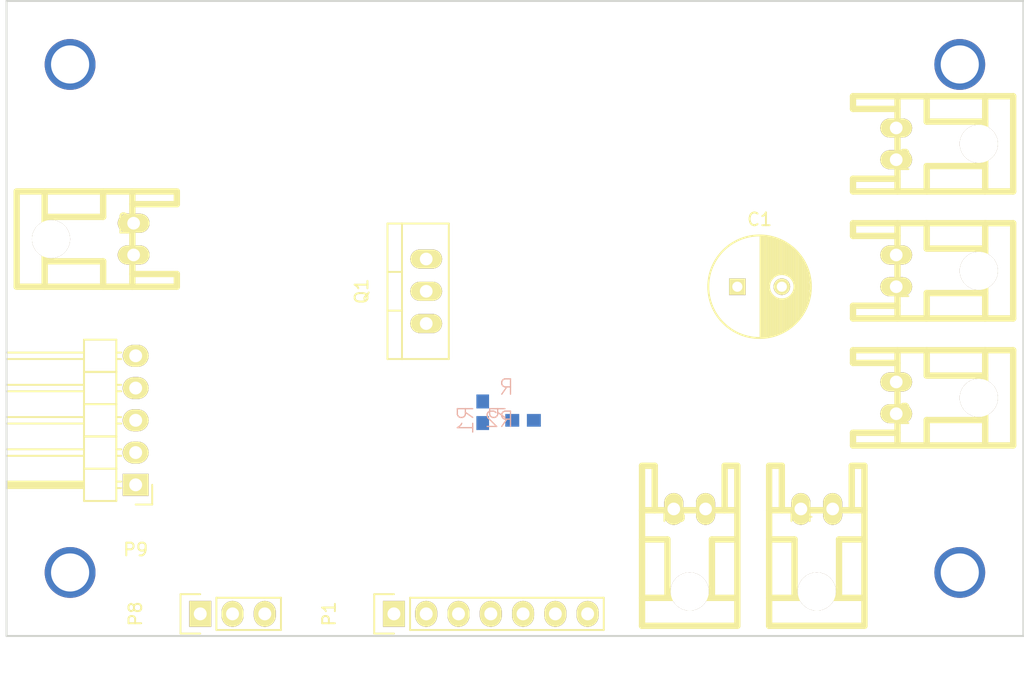
<source format=kicad_pcb>
(kicad_pcb (version 4) (host pcbnew 4.0.2-stable)

  (general
    (links 23)
    (no_connects 23)
    (area -0.075001 -0.075001 80.075001 50.075001)
    (thickness 1.6)
    (drawings 4)
    (tracks 4)
    (zones 0)
    (modules 13)
    (nets 14)
  )

  (page A4)
  (layers
    (0 F.Cu signal)
    (31 B.Cu signal)
    (32 B.Adhes user)
    (33 F.Adhes user)
    (34 B.Paste user)
    (35 F.Paste user)
    (36 B.SilkS user)
    (37 F.SilkS user)
    (38 B.Mask user)
    (39 F.Mask user)
    (40 Dwgs.User user)
    (41 Cmts.User user)
    (42 Eco1.User user)
    (43 Eco2.User user)
    (44 Edge.Cuts user)
    (45 Margin user)
    (46 B.CrtYd user)
    (47 F.CrtYd user)
    (48 B.Fab user)
    (49 F.Fab user)
  )

  (setup
    (last_trace_width 0.25)
    (user_trace_width 0.5)
    (user_trace_width 1)
    (user_trace_width 2)
    (trace_clearance 0.2)
    (zone_clearance 0.4)
    (zone_45_only no)
    (trace_min 0.2)
    (segment_width 0.2)
    (edge_width 0.15)
    (via_size 0.6)
    (via_drill 0.4)
    (via_min_size 0.4)
    (via_min_drill 0.3)
    (user_via 1.2 0.8)
    (user_via 4 3)
    (uvia_size 0.3)
    (uvia_drill 0.1)
    (uvias_allowed no)
    (uvia_min_size 0.2)
    (uvia_min_drill 0.1)
    (pcb_text_width 0.3)
    (pcb_text_size 1.5 1.5)
    (mod_edge_width 0.15)
    (mod_text_size 1 1)
    (mod_text_width 0.15)
    (pad_size 3 3)
    (pad_drill 3)
    (pad_to_mask_clearance 0.2)
    (aux_axis_origin 0 0)
    (visible_elements 7FFFFFFF)
    (pcbplotparams
      (layerselection 0x01000_80000000)
      (usegerberextensions false)
      (excludeedgelayer true)
      (linewidth 0.100000)
      (plotframeref false)
      (viasonmask false)
      (mode 1)
      (useauxorigin false)
      (hpglpennumber 1)
      (hpglpenspeed 20)
      (hpglpendiameter 15)
      (hpglpenoverlay 2)
      (psnegative false)
      (psa4output false)
      (plotreference true)
      (plotvalue true)
      (plotinvisibletext false)
      (padsonsilk false)
      (subtractmaskfromsilk false)
      (outputformat 1)
      (mirror false)
      (drillshape 0)
      (scaleselection 1)
      (outputdirectory ""))
  )

  (net 0 "")
  (net 1 GND)
  (net 2 /Reset/Abort)
  (net 3 /Feed_Hold)
  (net 4 /Cycle_Stat)
  (net 5 /Coolant_EN)
  (net 6 /Probe)
  (net 7 "Net-(P6-Pad1)")
  (net 8 +12V)
  (net 9 "Net-(Q1-PadG)")
  (net 10 +5V)
  (net 11 /LimitX)
  (net 12 /LimitY)
  (net 13 /LimitZ)

  (net_class Default "これは標準のネット クラスです。"
    (clearance 0.2)
    (trace_width 0.25)
    (via_dia 0.6)
    (via_drill 0.4)
    (uvia_dia 0.3)
    (uvia_drill 0.1)
    (add_net +12V)
    (add_net +5V)
    (add_net /Coolant_EN)
    (add_net /Cycle_Stat)
    (add_net /Feed_Hold)
    (add_net /LimitX)
    (add_net /LimitY)
    (add_net /LimitZ)
    (add_net /Probe)
    (add_net /Reset/Abort)
    (add_net GND)
    (add_net "Net-(P6-Pad1)")
    (add_net "Net-(Q1-PadG)")
  )

  (module Capacitors_ThroughHole:C_Radial_D8_L11.5_P3.5 (layer F.Cu) (tedit 0) (tstamp 57A63D19)
    (at 57.5 22.5)
    (descr "Radial Electrolytic Capacitor Diameter 8mm x Length 11.5mm, Pitch 3.5mm")
    (tags "Electrolytic Capacitor")
    (path /5799742F)
    (fp_text reference C1 (at 1.75 -5.3) (layer F.SilkS)
      (effects (font (size 1 1) (thickness 0.15)))
    )
    (fp_text value C (at 1.75 5.3) (layer F.Fab)
      (effects (font (size 1 1) (thickness 0.15)))
    )
    (fp_line (start 1.825 -3.999) (end 1.825 3.999) (layer F.SilkS) (width 0.15))
    (fp_line (start 1.965 -3.994) (end 1.965 3.994) (layer F.SilkS) (width 0.15))
    (fp_line (start 2.105 -3.984) (end 2.105 3.984) (layer F.SilkS) (width 0.15))
    (fp_line (start 2.245 -3.969) (end 2.245 3.969) (layer F.SilkS) (width 0.15))
    (fp_line (start 2.385 -3.949) (end 2.385 3.949) (layer F.SilkS) (width 0.15))
    (fp_line (start 2.525 -3.924) (end 2.525 -0.222) (layer F.SilkS) (width 0.15))
    (fp_line (start 2.525 0.222) (end 2.525 3.924) (layer F.SilkS) (width 0.15))
    (fp_line (start 2.665 -3.894) (end 2.665 -0.55) (layer F.SilkS) (width 0.15))
    (fp_line (start 2.665 0.55) (end 2.665 3.894) (layer F.SilkS) (width 0.15))
    (fp_line (start 2.805 -3.858) (end 2.805 -0.719) (layer F.SilkS) (width 0.15))
    (fp_line (start 2.805 0.719) (end 2.805 3.858) (layer F.SilkS) (width 0.15))
    (fp_line (start 2.945 -3.817) (end 2.945 -0.832) (layer F.SilkS) (width 0.15))
    (fp_line (start 2.945 0.832) (end 2.945 3.817) (layer F.SilkS) (width 0.15))
    (fp_line (start 3.085 -3.771) (end 3.085 -0.91) (layer F.SilkS) (width 0.15))
    (fp_line (start 3.085 0.91) (end 3.085 3.771) (layer F.SilkS) (width 0.15))
    (fp_line (start 3.225 -3.718) (end 3.225 -0.961) (layer F.SilkS) (width 0.15))
    (fp_line (start 3.225 0.961) (end 3.225 3.718) (layer F.SilkS) (width 0.15))
    (fp_line (start 3.365 -3.659) (end 3.365 -0.991) (layer F.SilkS) (width 0.15))
    (fp_line (start 3.365 0.991) (end 3.365 3.659) (layer F.SilkS) (width 0.15))
    (fp_line (start 3.505 -3.594) (end 3.505 -1) (layer F.SilkS) (width 0.15))
    (fp_line (start 3.505 1) (end 3.505 3.594) (layer F.SilkS) (width 0.15))
    (fp_line (start 3.645 -3.523) (end 3.645 -0.989) (layer F.SilkS) (width 0.15))
    (fp_line (start 3.645 0.989) (end 3.645 3.523) (layer F.SilkS) (width 0.15))
    (fp_line (start 3.785 -3.444) (end 3.785 -0.959) (layer F.SilkS) (width 0.15))
    (fp_line (start 3.785 0.959) (end 3.785 3.444) (layer F.SilkS) (width 0.15))
    (fp_line (start 3.925 -3.357) (end 3.925 -0.905) (layer F.SilkS) (width 0.15))
    (fp_line (start 3.925 0.905) (end 3.925 3.357) (layer F.SilkS) (width 0.15))
    (fp_line (start 4.065 -3.262) (end 4.065 -0.825) (layer F.SilkS) (width 0.15))
    (fp_line (start 4.065 0.825) (end 4.065 3.262) (layer F.SilkS) (width 0.15))
    (fp_line (start 4.205 -3.158) (end 4.205 -0.709) (layer F.SilkS) (width 0.15))
    (fp_line (start 4.205 0.709) (end 4.205 3.158) (layer F.SilkS) (width 0.15))
    (fp_line (start 4.345 -3.044) (end 4.345 -0.535) (layer F.SilkS) (width 0.15))
    (fp_line (start 4.345 0.535) (end 4.345 3.044) (layer F.SilkS) (width 0.15))
    (fp_line (start 4.485 -2.919) (end 4.485 -0.173) (layer F.SilkS) (width 0.15))
    (fp_line (start 4.485 0.173) (end 4.485 2.919) (layer F.SilkS) (width 0.15))
    (fp_line (start 4.625 -2.781) (end 4.625 2.781) (layer F.SilkS) (width 0.15))
    (fp_line (start 4.765 -2.629) (end 4.765 2.629) (layer F.SilkS) (width 0.15))
    (fp_line (start 4.905 -2.459) (end 4.905 2.459) (layer F.SilkS) (width 0.15))
    (fp_line (start 5.045 -2.268) (end 5.045 2.268) (layer F.SilkS) (width 0.15))
    (fp_line (start 5.185 -2.05) (end 5.185 2.05) (layer F.SilkS) (width 0.15))
    (fp_line (start 5.325 -1.794) (end 5.325 1.794) (layer F.SilkS) (width 0.15))
    (fp_line (start 5.465 -1.483) (end 5.465 1.483) (layer F.SilkS) (width 0.15))
    (fp_line (start 5.605 -1.067) (end 5.605 1.067) (layer F.SilkS) (width 0.15))
    (fp_line (start 5.745 -0.2) (end 5.745 0.2) (layer F.SilkS) (width 0.15))
    (fp_circle (center 3.5 0) (end 3.5 -1) (layer F.SilkS) (width 0.15))
    (fp_circle (center 1.75 0) (end 1.75 -4.0375) (layer F.SilkS) (width 0.15))
    (fp_circle (center 1.75 0) (end 1.75 -4.3) (layer F.CrtYd) (width 0.05))
    (pad 2 thru_hole circle (at 3.5 0) (size 1.3 1.3) (drill 0.8) (layers *.Cu *.Mask F.SilkS)
      (net 1 GND))
    (pad 1 thru_hole rect (at 0 0) (size 1.3 1.3) (drill 0.8) (layers *.Cu *.Mask F.SilkS)
      (net 8 +12V))
    (model Capacitors_ThroughHole.3dshapes/C_Radial_D8_L11.5_P3.5.wrl
      (at (xyz 0 0 0))
      (scale (xyz 1 1 1))
      (rotate (xyz 0 0 0))
    )
  )

  (module Pin_Headers:Pin_Header_Straight_1x07 (layer F.Cu) (tedit 0) (tstamp 57A63D24)
    (at 30.48 48.26 90)
    (descr "Through hole pin header")
    (tags "pin header")
    (path /57995E34)
    (fp_text reference P1 (at 0 -5.1 90) (layer F.SilkS)
      (effects (font (size 1 1) (thickness 0.15)))
    )
    (fp_text value CONN_01X07 (at 0 -3.1 90) (layer F.Fab)
      (effects (font (size 1 1) (thickness 0.15)))
    )
    (fp_line (start -1.75 -1.75) (end -1.75 17) (layer F.CrtYd) (width 0.05))
    (fp_line (start 1.75 -1.75) (end 1.75 17) (layer F.CrtYd) (width 0.05))
    (fp_line (start -1.75 -1.75) (end 1.75 -1.75) (layer F.CrtYd) (width 0.05))
    (fp_line (start -1.75 17) (end 1.75 17) (layer F.CrtYd) (width 0.05))
    (fp_line (start 1.27 1.27) (end 1.27 16.51) (layer F.SilkS) (width 0.15))
    (fp_line (start 1.27 16.51) (end -1.27 16.51) (layer F.SilkS) (width 0.15))
    (fp_line (start -1.27 16.51) (end -1.27 1.27) (layer F.SilkS) (width 0.15))
    (fp_line (start 1.55 -1.55) (end 1.55 0) (layer F.SilkS) (width 0.15))
    (fp_line (start 1.27 1.27) (end -1.27 1.27) (layer F.SilkS) (width 0.15))
    (fp_line (start -1.55 0) (end -1.55 -1.55) (layer F.SilkS) (width 0.15))
    (fp_line (start -1.55 -1.55) (end 1.55 -1.55) (layer F.SilkS) (width 0.15))
    (pad 1 thru_hole rect (at 0 0 90) (size 2.032 1.7272) (drill 1.016) (layers *.Cu *.Mask F.SilkS)
      (net 10 +5V))
    (pad 2 thru_hole oval (at 0 2.54 90) (size 2.032 1.7272) (drill 1.016) (layers *.Cu *.Mask F.SilkS)
      (net 1 GND))
    (pad 3 thru_hole oval (at 0 5.08 90) (size 2.032 1.7272) (drill 1.016) (layers *.Cu *.Mask F.SilkS)
      (net 2 /Reset/Abort))
    (pad 4 thru_hole oval (at 0 7.62 90) (size 2.032 1.7272) (drill 1.016) (layers *.Cu *.Mask F.SilkS)
      (net 3 /Feed_Hold))
    (pad 5 thru_hole oval (at 0 10.16 90) (size 2.032 1.7272) (drill 1.016) (layers *.Cu *.Mask F.SilkS)
      (net 4 /Cycle_Stat))
    (pad 6 thru_hole oval (at 0 12.7 90) (size 2.032 1.7272) (drill 1.016) (layers *.Cu *.Mask F.SilkS)
      (net 5 /Coolant_EN))
    (pad 7 thru_hole oval (at 0 15.24 90) (size 2.032 1.7272) (drill 1.016) (layers *.Cu *.Mask F.SilkS)
      (net 6 /Probe))
    (model Pin_Headers.3dshapes/Pin_Header_Straight_1x07.wrl
      (at (xyz 0 -0.3 0))
      (scale (xyz 1 1 1))
      (rotate (xyz 0 0 90))
    )
  )

  (module RP_KiCAD_Connector:XA_2LC (layer F.Cu) (tedit 5763B232) (tstamp 57A63D2B)
    (at 10 17.5 270)
    (path /57995F88)
    (fp_text reference P2 (at 0 0.5 270) (layer F.SilkS)
      (effects (font (size 1 1) (thickness 0.15)))
    )
    (fp_text value CONN_01X02 (at 0 -0.5 270) (layer F.Fab)
      (effects (font (size 1 1) (thickness 0.15)))
    )
    (fp_line (start -1.5 -3.4) (end -2.5 -3.4) (layer F.SilkS) (width 0.5))
    (fp_line (start 5 -3.4) (end 4 -3.4) (layer F.SilkS) (width 0.5))
    (fp_line (start 4 -3.4) (end 4 0.1) (layer F.SilkS) (width 0.5))
    (fp_line (start -1.5 -3.4) (end -1.5 0.1) (layer F.SilkS) (width 0.5))
    (fp_line (start 3 2.4) (end 5 2.4) (layer F.SilkS) (width 0.5))
    (fp_line (start -0.5 2.4) (end -2.5 2.4) (layer F.SilkS) (width 0.5))
    (fp_line (start 3 2.4) (end 3 7) (layer F.SilkS) (width 0.5))
    (fp_line (start -0.5 2.4) (end -0.5 7) (layer F.SilkS) (width 0.5))
    (fp_line (start -2.5 0.1) (end 5 0.1) (layer F.SilkS) (width 0.5))
    (fp_line (start -2.5 7) (end 5 7) (layer F.SilkS) (width 0.5))
    (fp_line (start -2.5 9.2) (end 5 9.2) (layer F.SilkS) (width 0.5))
    (fp_line (start 5 -3.4) (end 5 9.2) (layer F.SilkS) (width 0.5))
    (fp_line (start -2.5 -3.4) (end -2.5 9.2) (layer F.SilkS) (width 0.5))
    (pad 1 thru_hole oval (at 0 0 270) (size 1.5 2.5) (drill 1) (layers *.Cu *.Mask F.SilkS)
      (net 1 GND))
    (pad 2 thru_hole oval (at 2.5 0 270) (size 1.5 2.5) (drill 1) (layers *.Cu *.Mask F.SilkS)
      (net 6 /Probe))
    (pad "" thru_hole circle (at 1.25 6.5 270) (size 3 3) (drill 3) (layers *.Cu *.Mask F.SilkS)
      (clearance -0.3))
    (model conn_XA/XA_2S.wrl
      (at (xyz 0.05 -0.2 0))
      (scale (xyz 4 4 4))
      (rotate (xyz 0 0 180))
    )
  )

  (module RP_KiCAD_Connector:XA_2LC (layer F.Cu) (tedit 5763B232) (tstamp 57A63D32)
    (at 52.5 40)
    (path /57995FF1)
    (fp_text reference P3 (at 0 0.5) (layer F.SilkS)
      (effects (font (size 1 1) (thickness 0.15)))
    )
    (fp_text value CONN_01X02 (at 0 -0.5) (layer F.Fab)
      (effects (font (size 1 1) (thickness 0.15)))
    )
    (fp_line (start -1.5 -3.4) (end -2.5 -3.4) (layer F.SilkS) (width 0.5))
    (fp_line (start 5 -3.4) (end 4 -3.4) (layer F.SilkS) (width 0.5))
    (fp_line (start 4 -3.4) (end 4 0.1) (layer F.SilkS) (width 0.5))
    (fp_line (start -1.5 -3.4) (end -1.5 0.1) (layer F.SilkS) (width 0.5))
    (fp_line (start 3 2.4) (end 5 2.4) (layer F.SilkS) (width 0.5))
    (fp_line (start -0.5 2.4) (end -2.5 2.4) (layer F.SilkS) (width 0.5))
    (fp_line (start 3 2.4) (end 3 7) (layer F.SilkS) (width 0.5))
    (fp_line (start -0.5 2.4) (end -0.5 7) (layer F.SilkS) (width 0.5))
    (fp_line (start -2.5 0.1) (end 5 0.1) (layer F.SilkS) (width 0.5))
    (fp_line (start -2.5 7) (end 5 7) (layer F.SilkS) (width 0.5))
    (fp_line (start -2.5 9.2) (end 5 9.2) (layer F.SilkS) (width 0.5))
    (fp_line (start 5 -3.4) (end 5 9.2) (layer F.SilkS) (width 0.5))
    (fp_line (start -2.5 -3.4) (end -2.5 9.2) (layer F.SilkS) (width 0.5))
    (pad 1 thru_hole oval (at 0 0) (size 1.5 2.5) (drill 1) (layers *.Cu *.Mask F.SilkS)
      (net 1 GND))
    (pad 2 thru_hole oval (at 2.5 0) (size 1.5 2.5) (drill 1) (layers *.Cu *.Mask F.SilkS)
      (net 4 /Cycle_Stat))
    (pad "" thru_hole circle (at 1.25 6.5) (size 3 3) (drill 3) (layers *.Cu *.Mask F.SilkS)
      (clearance -0.3))
    (model conn_XA/XA_2S.wrl
      (at (xyz 0.05 -0.2 0))
      (scale (xyz 4 4 4))
      (rotate (xyz 0 0 180))
    )
  )

  (module RP_KiCAD_Connector:XA_2LC (layer F.Cu) (tedit 5763B232) (tstamp 57A63D39)
    (at 62.5 40)
    (path /57996078)
    (fp_text reference P4 (at 0 0.5) (layer F.SilkS)
      (effects (font (size 1 1) (thickness 0.15)))
    )
    (fp_text value CONN_01X02 (at 0 -0.5) (layer F.Fab)
      (effects (font (size 1 1) (thickness 0.15)))
    )
    (fp_line (start -1.5 -3.4) (end -2.5 -3.4) (layer F.SilkS) (width 0.5))
    (fp_line (start 5 -3.4) (end 4 -3.4) (layer F.SilkS) (width 0.5))
    (fp_line (start 4 -3.4) (end 4 0.1) (layer F.SilkS) (width 0.5))
    (fp_line (start -1.5 -3.4) (end -1.5 0.1) (layer F.SilkS) (width 0.5))
    (fp_line (start 3 2.4) (end 5 2.4) (layer F.SilkS) (width 0.5))
    (fp_line (start -0.5 2.4) (end -2.5 2.4) (layer F.SilkS) (width 0.5))
    (fp_line (start 3 2.4) (end 3 7) (layer F.SilkS) (width 0.5))
    (fp_line (start -0.5 2.4) (end -0.5 7) (layer F.SilkS) (width 0.5))
    (fp_line (start -2.5 0.1) (end 5 0.1) (layer F.SilkS) (width 0.5))
    (fp_line (start -2.5 7) (end 5 7) (layer F.SilkS) (width 0.5))
    (fp_line (start -2.5 9.2) (end 5 9.2) (layer F.SilkS) (width 0.5))
    (fp_line (start 5 -3.4) (end 5 9.2) (layer F.SilkS) (width 0.5))
    (fp_line (start -2.5 -3.4) (end -2.5 9.2) (layer F.SilkS) (width 0.5))
    (pad 1 thru_hole oval (at 0 0) (size 1.5 2.5) (drill 1) (layers *.Cu *.Mask F.SilkS)
      (net 1 GND))
    (pad 2 thru_hole oval (at 2.5 0) (size 1.5 2.5) (drill 1) (layers *.Cu *.Mask F.SilkS)
      (net 3 /Feed_Hold))
    (pad "" thru_hole circle (at 1.25 6.5) (size 3 3) (drill 3) (layers *.Cu *.Mask F.SilkS)
      (clearance -0.3))
    (model conn_XA/XA_2S.wrl
      (at (xyz 0.05 -0.2 0))
      (scale (xyz 4 4 4))
      (rotate (xyz 0 0 180))
    )
  )

  (module RP_KiCAD_Connector:XA_2LC (layer F.Cu) (tedit 5763B232) (tstamp 57A63D47)
    (at 70 32.5 90)
    (path /57996758)
    (fp_text reference P6 (at 0 0.5 90) (layer F.SilkS)
      (effects (font (size 1 1) (thickness 0.15)))
    )
    (fp_text value CONN_01X02 (at 0 -0.5 90) (layer F.Fab)
      (effects (font (size 1 1) (thickness 0.15)))
    )
    (fp_line (start -1.5 -3.4) (end -2.5 -3.4) (layer F.SilkS) (width 0.5))
    (fp_line (start 5 -3.4) (end 4 -3.4) (layer F.SilkS) (width 0.5))
    (fp_line (start 4 -3.4) (end 4 0.1) (layer F.SilkS) (width 0.5))
    (fp_line (start -1.5 -3.4) (end -1.5 0.1) (layer F.SilkS) (width 0.5))
    (fp_line (start 3 2.4) (end 5 2.4) (layer F.SilkS) (width 0.5))
    (fp_line (start -0.5 2.4) (end -2.5 2.4) (layer F.SilkS) (width 0.5))
    (fp_line (start 3 2.4) (end 3 7) (layer F.SilkS) (width 0.5))
    (fp_line (start -0.5 2.4) (end -0.5 7) (layer F.SilkS) (width 0.5))
    (fp_line (start -2.5 0.1) (end 5 0.1) (layer F.SilkS) (width 0.5))
    (fp_line (start -2.5 7) (end 5 7) (layer F.SilkS) (width 0.5))
    (fp_line (start -2.5 9.2) (end 5 9.2) (layer F.SilkS) (width 0.5))
    (fp_line (start 5 -3.4) (end 5 9.2) (layer F.SilkS) (width 0.5))
    (fp_line (start -2.5 -3.4) (end -2.5 9.2) (layer F.SilkS) (width 0.5))
    (pad 1 thru_hole oval (at 0 0 90) (size 1.5 2.5) (drill 1) (layers *.Cu *.Mask F.SilkS)
      (net 7 "Net-(P6-Pad1)"))
    (pad 2 thru_hole oval (at 2.5 0 90) (size 1.5 2.5) (drill 1) (layers *.Cu *.Mask F.SilkS)
      (net 8 +12V))
    (pad "" thru_hole circle (at 1.25 6.5 90) (size 3 3) (drill 3) (layers *.Cu *.Mask F.SilkS)
      (clearance -0.3))
    (model conn_XA/XA_2S.wrl
      (at (xyz 0.05 -0.2 0))
      (scale (xyz 4 4 4))
      (rotate (xyz 0 0 180))
    )
  )

  (module RP_KiCAD_Connector:XA_2LC (layer F.Cu) (tedit 5763B232) (tstamp 57A63D4E)
    (at 70 22.5 90)
    (path /57996FBB)
    (fp_text reference P7 (at 0 0.5 90) (layer F.SilkS)
      (effects (font (size 1 1) (thickness 0.15)))
    )
    (fp_text value CONN_01X02 (at 0 -0.5 90) (layer F.Fab)
      (effects (font (size 1 1) (thickness 0.15)))
    )
    (fp_line (start -1.5 -3.4) (end -2.5 -3.4) (layer F.SilkS) (width 0.5))
    (fp_line (start 5 -3.4) (end 4 -3.4) (layer F.SilkS) (width 0.5))
    (fp_line (start 4 -3.4) (end 4 0.1) (layer F.SilkS) (width 0.5))
    (fp_line (start -1.5 -3.4) (end -1.5 0.1) (layer F.SilkS) (width 0.5))
    (fp_line (start 3 2.4) (end 5 2.4) (layer F.SilkS) (width 0.5))
    (fp_line (start -0.5 2.4) (end -2.5 2.4) (layer F.SilkS) (width 0.5))
    (fp_line (start 3 2.4) (end 3 7) (layer F.SilkS) (width 0.5))
    (fp_line (start -0.5 2.4) (end -0.5 7) (layer F.SilkS) (width 0.5))
    (fp_line (start -2.5 0.1) (end 5 0.1) (layer F.SilkS) (width 0.5))
    (fp_line (start -2.5 7) (end 5 7) (layer F.SilkS) (width 0.5))
    (fp_line (start -2.5 9.2) (end 5 9.2) (layer F.SilkS) (width 0.5))
    (fp_line (start 5 -3.4) (end 5 9.2) (layer F.SilkS) (width 0.5))
    (fp_line (start -2.5 -3.4) (end -2.5 9.2) (layer F.SilkS) (width 0.5))
    (pad 1 thru_hole oval (at 0 0 90) (size 1.5 2.5) (drill 1) (layers *.Cu *.Mask F.SilkS)
      (net 1 GND))
    (pad 2 thru_hole oval (at 2.5 0 90) (size 1.5 2.5) (drill 1) (layers *.Cu *.Mask F.SilkS)
      (net 8 +12V))
    (pad "" thru_hole circle (at 1.25 6.5 90) (size 3 3) (drill 3) (layers *.Cu *.Mask F.SilkS)
      (clearance -0.3))
    (model conn_XA/XA_2S.wrl
      (at (xyz 0.05 -0.2 0))
      (scale (xyz 4 4 4))
      (rotate (xyz 0 0 180))
    )
  )

  (module Pin_Headers:Pin_Header_Straight_1x03 (layer F.Cu) (tedit 0) (tstamp 57A63D55)
    (at 15.24 48.26 90)
    (descr "Through hole pin header")
    (tags "pin header")
    (path /57A634FF)
    (fp_text reference P8 (at 0 -5.1 90) (layer F.SilkS)
      (effects (font (size 1 1) (thickness 0.15)))
    )
    (fp_text value CONN_01X03 (at 0 -3.1 90) (layer F.Fab)
      (effects (font (size 1 1) (thickness 0.15)))
    )
    (fp_line (start -1.75 -1.75) (end -1.75 6.85) (layer F.CrtYd) (width 0.05))
    (fp_line (start 1.75 -1.75) (end 1.75 6.85) (layer F.CrtYd) (width 0.05))
    (fp_line (start -1.75 -1.75) (end 1.75 -1.75) (layer F.CrtYd) (width 0.05))
    (fp_line (start -1.75 6.85) (end 1.75 6.85) (layer F.CrtYd) (width 0.05))
    (fp_line (start -1.27 1.27) (end -1.27 6.35) (layer F.SilkS) (width 0.15))
    (fp_line (start -1.27 6.35) (end 1.27 6.35) (layer F.SilkS) (width 0.15))
    (fp_line (start 1.27 6.35) (end 1.27 1.27) (layer F.SilkS) (width 0.15))
    (fp_line (start 1.55 -1.55) (end 1.55 0) (layer F.SilkS) (width 0.15))
    (fp_line (start 1.27 1.27) (end -1.27 1.27) (layer F.SilkS) (width 0.15))
    (fp_line (start -1.55 0) (end -1.55 -1.55) (layer F.SilkS) (width 0.15))
    (fp_line (start -1.55 -1.55) (end 1.55 -1.55) (layer F.SilkS) (width 0.15))
    (pad 1 thru_hole rect (at 0 0 90) (size 2.032 1.7272) (drill 1.016) (layers *.Cu *.Mask F.SilkS)
      (net 11 /LimitX))
    (pad 2 thru_hole oval (at 0 2.54 90) (size 2.032 1.7272) (drill 1.016) (layers *.Cu *.Mask F.SilkS)
      (net 12 /LimitY))
    (pad 3 thru_hole oval (at 0 5.08 90) (size 2.032 1.7272) (drill 1.016) (layers *.Cu *.Mask F.SilkS)
      (net 13 /LimitZ))
    (model Pin_Headers.3dshapes/Pin_Header_Straight_1x03.wrl
      (at (xyz 0 -0.1 0))
      (scale (xyz 1 1 1))
      (rotate (xyz 0 0 90))
    )
  )

  (module Pin_Headers:Pin_Header_Angled_1x05 (layer F.Cu) (tedit 0) (tstamp 57A63D5E)
    (at 10.16 38.1 180)
    (descr "Through hole pin header")
    (tags "pin header")
    (path /57A63AC8)
    (fp_text reference P9 (at 0 -5.1 180) (layer F.SilkS)
      (effects (font (size 1 1) (thickness 0.15)))
    )
    (fp_text value CONN_01X05 (at 0 -3.1 180) (layer F.Fab)
      (effects (font (size 1 1) (thickness 0.15)))
    )
    (fp_line (start -1.5 -1.75) (end -1.5 11.95) (layer F.CrtYd) (width 0.05))
    (fp_line (start 10.65 -1.75) (end 10.65 11.95) (layer F.CrtYd) (width 0.05))
    (fp_line (start -1.5 -1.75) (end 10.65 -1.75) (layer F.CrtYd) (width 0.05))
    (fp_line (start -1.5 11.95) (end 10.65 11.95) (layer F.CrtYd) (width 0.05))
    (fp_line (start -1.3 -1.55) (end -1.3 0) (layer F.SilkS) (width 0.15))
    (fp_line (start 0 -1.55) (end -1.3 -1.55) (layer F.SilkS) (width 0.15))
    (fp_line (start 4.191 -0.127) (end 10.033 -0.127) (layer F.SilkS) (width 0.15))
    (fp_line (start 10.033 -0.127) (end 10.033 0.127) (layer F.SilkS) (width 0.15))
    (fp_line (start 10.033 0.127) (end 4.191 0.127) (layer F.SilkS) (width 0.15))
    (fp_line (start 4.191 0.127) (end 4.191 0) (layer F.SilkS) (width 0.15))
    (fp_line (start 4.191 0) (end 10.033 0) (layer F.SilkS) (width 0.15))
    (fp_line (start 1.524 -0.254) (end 1.143 -0.254) (layer F.SilkS) (width 0.15))
    (fp_line (start 1.524 0.254) (end 1.143 0.254) (layer F.SilkS) (width 0.15))
    (fp_line (start 1.524 2.286) (end 1.143 2.286) (layer F.SilkS) (width 0.15))
    (fp_line (start 1.524 2.794) (end 1.143 2.794) (layer F.SilkS) (width 0.15))
    (fp_line (start 1.524 4.826) (end 1.143 4.826) (layer F.SilkS) (width 0.15))
    (fp_line (start 1.524 5.334) (end 1.143 5.334) (layer F.SilkS) (width 0.15))
    (fp_line (start 1.524 7.366) (end 1.143 7.366) (layer F.SilkS) (width 0.15))
    (fp_line (start 1.524 7.874) (end 1.143 7.874) (layer F.SilkS) (width 0.15))
    (fp_line (start 1.524 10.414) (end 1.143 10.414) (layer F.SilkS) (width 0.15))
    (fp_line (start 1.524 9.906) (end 1.143 9.906) (layer F.SilkS) (width 0.15))
    (fp_line (start 4.064 1.27) (end 4.064 -1.27) (layer F.SilkS) (width 0.15))
    (fp_line (start 10.16 0.254) (end 4.064 0.254) (layer F.SilkS) (width 0.15))
    (fp_line (start 10.16 -0.254) (end 10.16 0.254) (layer F.SilkS) (width 0.15))
    (fp_line (start 4.064 -0.254) (end 10.16 -0.254) (layer F.SilkS) (width 0.15))
    (fp_line (start 1.524 1.27) (end 4.064 1.27) (layer F.SilkS) (width 0.15))
    (fp_line (start 1.524 -1.27) (end 1.524 1.27) (layer F.SilkS) (width 0.15))
    (fp_line (start 1.524 -1.27) (end 4.064 -1.27) (layer F.SilkS) (width 0.15))
    (fp_line (start 1.524 3.81) (end 4.064 3.81) (layer F.SilkS) (width 0.15))
    (fp_line (start 1.524 3.81) (end 1.524 6.35) (layer F.SilkS) (width 0.15))
    (fp_line (start 1.524 6.35) (end 4.064 6.35) (layer F.SilkS) (width 0.15))
    (fp_line (start 4.064 4.826) (end 10.16 4.826) (layer F.SilkS) (width 0.15))
    (fp_line (start 10.16 4.826) (end 10.16 5.334) (layer F.SilkS) (width 0.15))
    (fp_line (start 10.16 5.334) (end 4.064 5.334) (layer F.SilkS) (width 0.15))
    (fp_line (start 4.064 6.35) (end 4.064 3.81) (layer F.SilkS) (width 0.15))
    (fp_line (start 4.064 3.81) (end 4.064 1.27) (layer F.SilkS) (width 0.15))
    (fp_line (start 10.16 2.794) (end 4.064 2.794) (layer F.SilkS) (width 0.15))
    (fp_line (start 10.16 2.286) (end 10.16 2.794) (layer F.SilkS) (width 0.15))
    (fp_line (start 4.064 2.286) (end 10.16 2.286) (layer F.SilkS) (width 0.15))
    (fp_line (start 1.524 3.81) (end 4.064 3.81) (layer F.SilkS) (width 0.15))
    (fp_line (start 1.524 1.27) (end 1.524 3.81) (layer F.SilkS) (width 0.15))
    (fp_line (start 1.524 1.27) (end 4.064 1.27) (layer F.SilkS) (width 0.15))
    (fp_line (start 1.524 8.89) (end 4.064 8.89) (layer F.SilkS) (width 0.15))
    (fp_line (start 1.524 8.89) (end 1.524 11.43) (layer F.SilkS) (width 0.15))
    (fp_line (start 1.524 11.43) (end 4.064 11.43) (layer F.SilkS) (width 0.15))
    (fp_line (start 4.064 9.906) (end 10.16 9.906) (layer F.SilkS) (width 0.15))
    (fp_line (start 10.16 9.906) (end 10.16 10.414) (layer F.SilkS) (width 0.15))
    (fp_line (start 10.16 10.414) (end 4.064 10.414) (layer F.SilkS) (width 0.15))
    (fp_line (start 4.064 11.43) (end 4.064 8.89) (layer F.SilkS) (width 0.15))
    (fp_line (start 4.064 8.89) (end 4.064 6.35) (layer F.SilkS) (width 0.15))
    (fp_line (start 10.16 7.874) (end 4.064 7.874) (layer F.SilkS) (width 0.15))
    (fp_line (start 10.16 7.366) (end 10.16 7.874) (layer F.SilkS) (width 0.15))
    (fp_line (start 4.064 7.366) (end 10.16 7.366) (layer F.SilkS) (width 0.15))
    (fp_line (start 1.524 8.89) (end 4.064 8.89) (layer F.SilkS) (width 0.15))
    (fp_line (start 1.524 6.35) (end 1.524 8.89) (layer F.SilkS) (width 0.15))
    (fp_line (start 1.524 6.35) (end 4.064 6.35) (layer F.SilkS) (width 0.15))
    (pad 1 thru_hole rect (at 0 0 180) (size 2.032 1.7272) (drill 1.016) (layers *.Cu *.Mask F.SilkS)
      (net 1 GND))
    (pad 2 thru_hole oval (at 0 2.54 180) (size 2.032 1.7272) (drill 1.016) (layers *.Cu *.Mask F.SilkS)
      (net 10 +5V))
    (pad 3 thru_hole oval (at 0 5.08 180) (size 2.032 1.7272) (drill 1.016) (layers *.Cu *.Mask F.SilkS)
      (net 11 /LimitX))
    (pad 4 thru_hole oval (at 0 7.62 180) (size 2.032 1.7272) (drill 1.016) (layers *.Cu *.Mask F.SilkS)
      (net 12 /LimitY))
    (pad 5 thru_hole oval (at 0 10.16 180) (size 2.032 1.7272) (drill 1.016) (layers *.Cu *.Mask F.SilkS)
      (net 13 /LimitZ))
    (model Pin_Headers.3dshapes/Pin_Header_Angled_1x05.wrl
      (at (xyz 0 -0.2 0))
      (scale (xyz 1 1 1))
      (rotate (xyz 0 0 90))
    )
  )

  (module TO_SOT_Packages_THT:TO-220_Neutral123_Vertical (layer F.Cu) (tedit 56FA5791) (tstamp 57A63D65)
    (at 33.02 22.86 90)
    (descr "TO-220, Neutral, Vertical,")
    (tags "TO-220, Neutral, Vertical,")
    (path /579967B1)
    (fp_text reference Q1 (at 0 -5.08 90) (layer F.SilkS)
      (effects (font (size 1 1) (thickness 0.15)))
    )
    (fp_text value MOSFET_N (at 0 3.81 90) (layer F.Fab)
      (effects (font (size 1 1) (thickness 0.15)))
    )
    (fp_line (start -1.524 -3.048) (end -1.524 -1.905) (layer F.SilkS) (width 0.15))
    (fp_line (start 1.524 -3.048) (end 1.524 -1.905) (layer F.SilkS) (width 0.15))
    (fp_line (start 5.334 -1.905) (end 5.334 1.778) (layer F.SilkS) (width 0.15))
    (fp_line (start 5.334 1.778) (end -5.334 1.778) (layer F.SilkS) (width 0.15))
    (fp_line (start -5.334 1.778) (end -5.334 -1.905) (layer F.SilkS) (width 0.15))
    (fp_line (start 5.334 -3.048) (end 5.334 -1.905) (layer F.SilkS) (width 0.15))
    (fp_line (start 5.334 -1.905) (end -5.334 -1.905) (layer F.SilkS) (width 0.15))
    (fp_line (start -5.334 -1.905) (end -5.334 -3.048) (layer F.SilkS) (width 0.15))
    (fp_line (start 0 -3.048) (end -5.334 -3.048) (layer F.SilkS) (width 0.15))
    (fp_line (start 0 -3.048) (end 5.334 -3.048) (layer F.SilkS) (width 0.15))
    (pad D thru_hole oval (at 0 0 180) (size 2.49936 1.50114) (drill 1.00076) (layers *.Cu *.Mask F.SilkS)
      (net 7 "Net-(P6-Pad1)"))
    (pad S thru_hole oval (at -2.54 0 180) (size 2.49936 1.50114) (drill 1.00076) (layers *.Cu *.Mask F.SilkS)
      (net 1 GND))
    (pad G thru_hole oval (at 2.54 0 180) (size 2.49936 1.50114) (drill 1.00076) (layers *.Cu *.Mask F.SilkS)
      (net 9 "Net-(Q1-PadG)"))
    (model Transistors_TO-220.3dshapes/TO-220_3pin.wrl
      (at (xyz 0 0 0))
      (scale (xyz 3.9 3.9 3.9))
      (rotate (xyz 0 0 0))
    )
  )

  (module RP_KiCAD_Libs:C1608 (layer B.Cu) (tedit 0) (tstamp 57A63D6B)
    (at 37.465 32.385 270)
    (descr <b>CAPACITOR</b>)
    (path /57996E0C)
    (fp_text reference R1 (at -0.635 0.635 270) (layer B.SilkS)
      (effects (font (size 1.2065 1.2065) (thickness 0.1016)) (justify left bottom mirror))
    )
    (fp_text value R (at -0.635 -1.905 270) (layer B.SilkS)
      (effects (font (size 1.2065 1.2065) (thickness 0.1016)) (justify left bottom mirror))
    )
    (fp_line (start -0.356 0.432) (end 0.356 0.432) (layer Dwgs.User) (width 0.1016))
    (fp_line (start -0.356 -0.419) (end 0.356 -0.419) (layer Dwgs.User) (width 0.1016))
    (fp_poly (pts (xy -0.8382 -0.4699) (xy -0.3381 -0.4699) (xy -0.3381 0.4801) (xy -0.8382 0.4801)) (layer Dwgs.User) (width 0))
    (fp_poly (pts (xy 0.3302 -0.4699) (xy 0.8303 -0.4699) (xy 0.8303 0.4801) (xy 0.3302 0.4801)) (layer Dwgs.User) (width 0))
    (fp_poly (pts (xy -0.1999 -0.3) (xy 0.1999 -0.3) (xy 0.1999 0.3) (xy -0.1999 0.3)) (layer B.Adhes) (width 0))
    (pad 1 smd rect (at -0.85 0 270) (size 1.1 1) (layers B.Cu B.Paste B.Mask)
      (net 9 "Net-(Q1-PadG)"))
    (pad 2 smd rect (at 0.85 0 270) (size 1.1 1) (layers B.Cu B.Paste B.Mask)
      (net 5 /Coolant_EN))
    (model Resistors_SMD.3dshapes/R_0603.wrl
      (at (xyz 0 0 0))
      (scale (xyz 1 1 1))
      (rotate (xyz 0 0 0))
    )
  )

  (module RP_KiCAD_Libs:C1608 (layer B.Cu) (tedit 0) (tstamp 57A63D71)
    (at 40.64 33.02)
    (descr <b>CAPACITOR</b>)
    (path /57996A7C)
    (fp_text reference R2 (at -0.635 0.635) (layer B.SilkS)
      (effects (font (size 1.2065 1.2065) (thickness 0.1016)) (justify left bottom mirror))
    )
    (fp_text value R (at -0.635 -1.905) (layer B.SilkS)
      (effects (font (size 1.2065 1.2065) (thickness 0.1016)) (justify left bottom mirror))
    )
    (fp_line (start -0.356 0.432) (end 0.356 0.432) (layer Dwgs.User) (width 0.1016))
    (fp_line (start -0.356 -0.419) (end 0.356 -0.419) (layer Dwgs.User) (width 0.1016))
    (fp_poly (pts (xy -0.8382 -0.4699) (xy -0.3381 -0.4699) (xy -0.3381 0.4801) (xy -0.8382 0.4801)) (layer Dwgs.User) (width 0))
    (fp_poly (pts (xy 0.3302 -0.4699) (xy 0.8303 -0.4699) (xy 0.8303 0.4801) (xy 0.3302 0.4801)) (layer Dwgs.User) (width 0))
    (fp_poly (pts (xy -0.1999 -0.3) (xy 0.1999 -0.3) (xy 0.1999 0.3) (xy -0.1999 0.3)) (layer B.Adhes) (width 0))
    (pad 1 smd rect (at -0.85 0) (size 1.1 1) (layers B.Cu B.Paste B.Mask)
      (net 9 "Net-(Q1-PadG)"))
    (pad 2 smd rect (at 0.85 0) (size 1.1 1) (layers B.Cu B.Paste B.Mask)
      (net 1 GND))
    (model Resistors_SMD.3dshapes/R_0603.wrl
      (at (xyz 0 0 0))
      (scale (xyz 1 1 1))
      (rotate (xyz 0 0 0))
    )
  )

  (module RP_KiCAD_Connector:XA_2LC (layer F.Cu) (tedit 5763B232) (tstamp 57A84339)
    (at 70 12.5 90)
    (path /57996108)
    (fp_text reference P5 (at 0 0.5 90) (layer F.SilkS)
      (effects (font (size 1 1) (thickness 0.15)))
    )
    (fp_text value CONN_01X02 (at 0 -0.5 90) (layer F.Fab)
      (effects (font (size 1 1) (thickness 0.15)))
    )
    (fp_line (start -1.5 -3.4) (end -2.5 -3.4) (layer F.SilkS) (width 0.5))
    (fp_line (start 5 -3.4) (end 4 -3.4) (layer F.SilkS) (width 0.5))
    (fp_line (start 4 -3.4) (end 4 0.1) (layer F.SilkS) (width 0.5))
    (fp_line (start -1.5 -3.4) (end -1.5 0.1) (layer F.SilkS) (width 0.5))
    (fp_line (start 3 2.4) (end 5 2.4) (layer F.SilkS) (width 0.5))
    (fp_line (start -0.5 2.4) (end -2.5 2.4) (layer F.SilkS) (width 0.5))
    (fp_line (start 3 2.4) (end 3 7) (layer F.SilkS) (width 0.5))
    (fp_line (start -0.5 2.4) (end -0.5 7) (layer F.SilkS) (width 0.5))
    (fp_line (start -2.5 0.1) (end 5 0.1) (layer F.SilkS) (width 0.5))
    (fp_line (start -2.5 7) (end 5 7) (layer F.SilkS) (width 0.5))
    (fp_line (start -2.5 9.2) (end 5 9.2) (layer F.SilkS) (width 0.5))
    (fp_line (start 5 -3.4) (end 5 9.2) (layer F.SilkS) (width 0.5))
    (fp_line (start -2.5 -3.4) (end -2.5 9.2) (layer F.SilkS) (width 0.5))
    (pad 1 thru_hole oval (at 0 0 90) (size 1.5 2.5) (drill 1) (layers *.Cu *.Mask F.SilkS)
      (net 1 GND))
    (pad 2 thru_hole oval (at 2.5 0 90) (size 1.5 2.5) (drill 1) (layers *.Cu *.Mask F.SilkS)
      (net 2 /Reset/Abort))
    (pad "" thru_hole circle (at 1.25 6.5 90) (size 3 3) (drill 3) (layers *.Cu *.Mask F.SilkS)
      (clearance -0.3))
    (model conn_XA/XA_2S.wrl
      (at (xyz 0.05 -0.2 0))
      (scale (xyz 4 4 4))
      (rotate (xyz 0 0 180))
    )
  )

  (gr_line (start 0 50) (end 0 0) (angle 90) (layer Edge.Cuts) (width 0.15))
  (gr_line (start 80 50) (end 0 50) (angle 90) (layer Edge.Cuts) (width 0.15))
  (gr_line (start 80 0) (end 80 50) (angle 90) (layer Edge.Cuts) (width 0.15))
  (gr_line (start 0 0) (end 80 0) (angle 90) (layer Edge.Cuts) (width 0.15))

  (via (at 75 5) (size 4) (drill 3) (layers F.Cu B.Cu) (net 0))
  (via (at 75 45) (size 4) (drill 3) (layers F.Cu B.Cu) (net 0))
  (via (at 5 45) (size 4) (drill 3) (layers F.Cu B.Cu) (net 0))
  (via (at 5 5) (size 4) (drill 3) (layers F.Cu B.Cu) (net 0))

)

</source>
